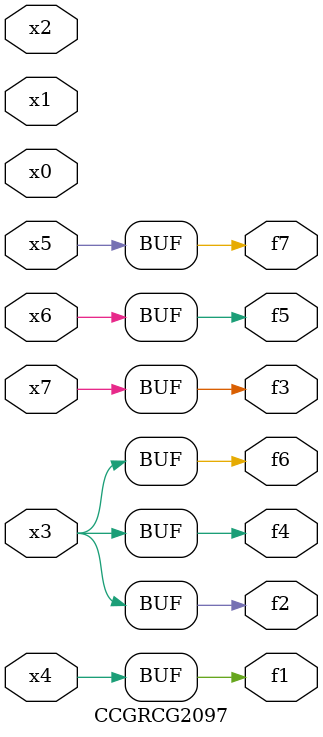
<source format=v>
module CCGRCG2097(
	input x0, x1, x2, x3, x4, x5, x6, x7,
	output f1, f2, f3, f4, f5, f6, f7
);
	assign f1 = x4;
	assign f2 = x3;
	assign f3 = x7;
	assign f4 = x3;
	assign f5 = x6;
	assign f6 = x3;
	assign f7 = x5;
endmodule

</source>
